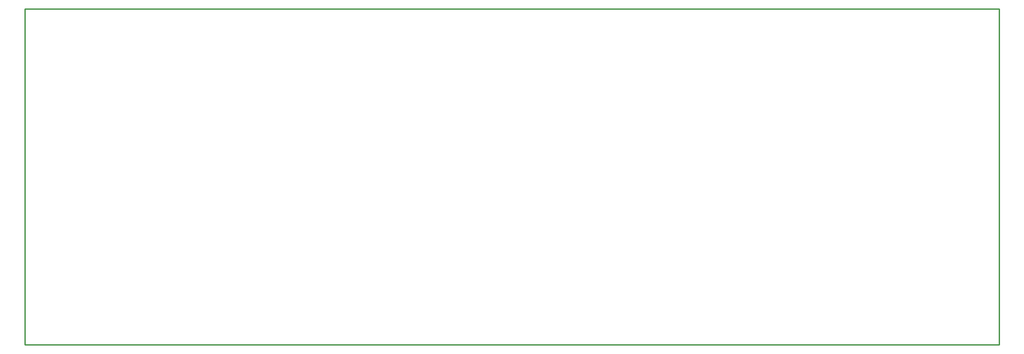
<source format=gko>
G04 Layer_Color=16711935*
%FSLAX23Y23*%
%MOIN*%
G70*
G01*
G75*
%ADD57C,0.010*%
D57*
X10970Y2505D02*
Y5030D01*
X3655Y2505D02*
X10970D01*
X3655D02*
Y5030D01*
X10970D01*
M02*

</source>
